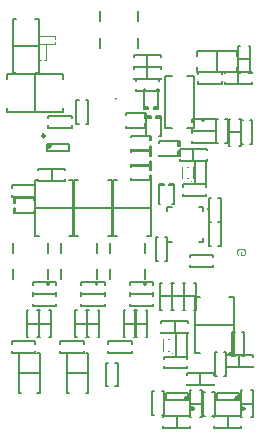
<source format=gbr>
%TF.GenerationSoftware,Altium Limited,Altium Designer,24.6.1 (21)*%
G04 Layer_Color=32896*
%FSLAX26Y26*%
%MOIN*%
%TF.SameCoordinates,E3325630-42F2-41CE-953C-F4D0AC061200*%
%TF.FilePolarity,Positive*%
%TF.FileFunction,Legend,Bot*%
%TF.Part,Single*%
G01*
G75*
%TA.AperFunction,NonConductor*%
%ADD66C,0.007874*%
%ADD67C,0.005906*%
%ADD68C,0.003937*%
%ADD69C,0.005000*%
%ADD70C,0.004724*%
%ADD72C,0.009842*%
%ADD73C,0.008268*%
%ADD74C,0.007284*%
%ADD75C,0.003150*%
G36*
X149606Y973245D02*
X147209Y967457D01*
X142779Y963027D01*
X136991Y960630D01*
X133858D01*
X133858Y976378D01*
X149606D01*
Y973245D01*
D02*
G37*
G36*
X775591Y122047D02*
X759842D01*
Y125180D01*
X762240Y130968D01*
X766670Y135398D01*
X772458Y137795D01*
X775590D01*
X775591Y122047D01*
D02*
G37*
G36*
X606299D02*
X590551D01*
Y125180D01*
X592949Y130968D01*
X597379Y135398D01*
X603167Y137795D01*
X606299D01*
X606299Y122047D01*
D02*
G37*
D66*
X135425Y960708D02*
G03*
X149606Y976378I-1566J15670D01*
G01*
X604733Y137717D02*
G03*
X590551Y122047I1566J-15670D01*
G01*
X774024Y137717D02*
G03*
X759842Y122047I1566J-15670D01*
G01*
X141732Y510039D02*
G03*
X141732Y510039I-3937J0D01*
G01*
X303150D02*
G03*
X303150Y510039I-3937J0D01*
G01*
X464567D02*
G03*
X464567Y510039I-3937J0D01*
G01*
X19685Y1393701D02*
X31496D01*
X19685Y1212598D02*
Y1393701D01*
Y1212598D02*
X31496D01*
X94488D02*
X106299D01*
Y1393701D01*
X94488D02*
X106299D01*
X19685Y1303150D02*
X106299D01*
X135425Y952756D02*
Y976378D01*
X208661Y952756D02*
Y976378D01*
X135425D02*
X208661D01*
X135425Y952756D02*
X208661D01*
X526575Y1203867D02*
X550197D01*
X526575Y1031496D02*
Y1203867D01*
Y1031496D02*
X550197D01*
X623032D02*
Y1203867D01*
X599409Y1031496D02*
X623032D01*
X599409Y1203867D02*
X623032D01*
X604733Y122047D02*
Y145669D01*
X531496Y122047D02*
Y145669D01*
Y122047D02*
X604733D01*
X531496Y145669D02*
X604733D01*
X774024Y122047D02*
Y145669D01*
X700787Y122047D02*
Y145669D01*
Y122047D02*
X774024D01*
X700787Y145669D02*
X774024D01*
D67*
X364567Y1127953D02*
G03*
X364567Y1127953I-2362J0D01*
G01*
X368504Y246063D02*
G03*
X368504Y246063I-2362J0D01*
G01*
X94488Y1081693D02*
Y1209646D01*
X187992Y1081693D02*
Y1096457D01*
X984Y1081693D02*
X187992D01*
X984D02*
Y1096457D01*
Y1194882D02*
Y1209646D01*
X187992D01*
Y1194882D02*
Y1209646D01*
X22638Y780512D02*
Y796260D01*
X27559Y780512D02*
Y796260D01*
X90551D01*
Y791338D02*
Y796260D01*
X22638Y747047D02*
X27559D01*
X22638Y762795D02*
X27559D01*
X22638Y747047D02*
Y762795D01*
X27559Y747047D02*
Y762795D01*
Y747047D02*
X90551D01*
Y751968D01*
X22638Y796260D02*
X27559D01*
X22638Y780512D02*
X27559D01*
X194606Y854016D02*
Y859016D01*
X104606Y854016D02*
X194606D01*
X104606D02*
Y859016D01*
Y889016D02*
Y894016D01*
X194606D01*
Y889016D02*
Y894016D01*
X149606Y854016D02*
Y894016D01*
X15748Y830709D02*
Y838583D01*
X94488D01*
Y830709D02*
Y838583D01*
Y799213D02*
Y807087D01*
X15748Y799213D02*
X94488D01*
X15748D02*
Y807087D01*
X730591Y266969D02*
Y271969D01*
X820591D01*
Y266969D02*
Y271969D01*
Y231969D02*
Y236969D01*
X730591Y231969D02*
X820591D01*
X730591D02*
Y236969D01*
X775591Y231969D02*
Y271969D01*
X600669Y207913D02*
Y212913D01*
X690669D01*
Y207913D02*
Y212913D01*
Y172913D02*
Y177913D01*
X600669Y172913D02*
X690669D01*
X600669D02*
Y177913D01*
X645669Y172913D02*
Y212913D01*
X751968Y271654D02*
X759842D01*
X751968D02*
Y350394D01*
X759842D01*
X783465D02*
X791338D01*
Y271654D02*
Y350394D01*
X783465Y271654D02*
X791338D01*
X692913Y204724D02*
X700787D01*
X692913D02*
Y283465D01*
X700787D01*
X724409D02*
X732283D01*
Y204724D02*
Y283465D01*
X724409Y204724D02*
X732283D01*
X216535Y1031496D02*
Y1039370D01*
X137795Y1031496D02*
X216535D01*
X137795D02*
Y1039370D01*
Y1062992D02*
Y1070866D01*
X216535D01*
Y1062992D02*
Y1070866D01*
X513504Y1231968D02*
Y1236968D01*
X423504Y1231968D02*
X513504D01*
X423504D02*
Y1236968D01*
Y1266968D02*
Y1271968D01*
X513504D01*
Y1266968D02*
Y1271968D01*
X468504Y1231968D02*
Y1271968D01*
X513504Y1192598D02*
Y1197598D01*
X423504Y1192598D02*
X513504D01*
X423504D02*
Y1197598D01*
Y1227598D02*
Y1232598D01*
X513504D01*
Y1227598D02*
Y1232598D01*
X468504Y1192598D02*
Y1232598D01*
X429134Y1185039D02*
Y1192913D01*
X507874D01*
Y1185039D02*
Y1192913D01*
Y1153543D02*
Y1161417D01*
X429134Y1153543D02*
X507874D01*
X429134D02*
Y1161417D01*
X575787Y936024D02*
Y951772D01*
X570866Y936024D02*
Y951772D01*
X507874Y936024D02*
X570866D01*
X507874D02*
Y940945D01*
X570866Y985236D02*
X575787D01*
X570866Y969488D02*
X575787D01*
Y985236D01*
X570866Y969488D02*
Y985236D01*
X507874D02*
X570866D01*
X507874Y980315D02*
Y985236D01*
X570866Y936024D02*
X575787D01*
X570866Y951772D02*
X575787D01*
X481299Y904528D02*
Y920276D01*
X476378Y904528D02*
Y920276D01*
X413386Y904528D02*
X476378D01*
X413386D02*
Y909449D01*
X476378Y953740D02*
X481299D01*
X476378Y937992D02*
X481299D01*
Y953740D01*
X476378Y937992D02*
Y953740D01*
X413386D02*
X476378D01*
X413386Y948819D02*
Y953740D01*
X476378Y904528D02*
X481299D01*
X476378Y920276D02*
X481299D01*
Y955709D02*
Y971457D01*
X476378Y955709D02*
Y971457D01*
X413386Y955709D02*
X476378D01*
X413386D02*
Y960630D01*
X476378Y1004921D02*
X481299D01*
X476378Y989173D02*
X481299D01*
Y1004921D01*
X476378Y989173D02*
Y1004921D01*
X413386D02*
X476378D01*
X413386Y1000000D02*
Y1004921D01*
X476378Y955709D02*
X481299D01*
X476378Y971457D02*
X481299D01*
Y857284D02*
Y873032D01*
X476378Y857284D02*
Y873032D01*
X413386Y857284D02*
X476378D01*
X413386D02*
Y862205D01*
X476378Y906496D02*
X481299D01*
X476378Y890748D02*
X481299D01*
Y906496D01*
X476378Y890748D02*
Y906496D01*
X413386D02*
X476378D01*
X413386Y901575D02*
Y906496D01*
X476378Y857284D02*
X481299D01*
X476378Y873032D02*
X481299D01*
X497047Y1069882D02*
X512795D01*
X497047Y1064961D02*
X512795D01*
Y1001968D02*
Y1064961D01*
X507874Y1001968D02*
X512795D01*
X463583Y1064961D02*
Y1069882D01*
X479331Y1064961D02*
Y1069882D01*
X463583D02*
X479331D01*
X463583Y1064961D02*
X479331D01*
X463583Y1001968D02*
Y1064961D01*
Y1001968D02*
X468504D01*
X512795Y1064961D02*
Y1069882D01*
X497047Y1064961D02*
Y1069882D01*
X465551Y1030512D02*
Y1046260D01*
X460630Y1030512D02*
Y1046260D01*
X397638Y1030512D02*
X460630D01*
X397638D02*
Y1035433D01*
X460630Y1079724D02*
X465551D01*
X460630Y1063976D02*
X465551D01*
Y1079724D01*
X460630Y1063976D02*
Y1079724D01*
X397638D02*
X460630D01*
X397638Y1074803D02*
Y1079724D01*
X460630Y1030512D02*
X465551D01*
X460630Y1046260D02*
X465551D01*
X455709Y1093504D02*
X471457D01*
X455709Y1098425D02*
X471457D01*
X455709D02*
Y1161417D01*
X460630D01*
X504921Y1093504D02*
Y1098425D01*
X489173Y1093504D02*
Y1098425D01*
Y1093504D02*
X504921D01*
X489173Y1098425D02*
X504921D01*
Y1161417D01*
X500000D02*
X504921D01*
X455709Y1093504D02*
Y1098425D01*
X471457Y1093504D02*
Y1098425D01*
X540354Y843504D02*
X556102D01*
X540354Y838583D02*
X556102D01*
Y775591D02*
Y838583D01*
X551181Y775591D02*
X556102D01*
X506890Y838583D02*
Y843504D01*
X522638Y838583D02*
Y843504D01*
X506890D02*
X522638D01*
X506890Y838583D02*
X522638D01*
X506890Y775591D02*
Y838583D01*
Y775591D02*
X511811D01*
X556102Y838583D02*
Y843504D01*
X540354Y838583D02*
Y843504D01*
X223425Y763779D02*
X351378D01*
X336614Y857283D02*
X351378D01*
Y670276D02*
Y857283D01*
X336614Y670276D02*
X351378D01*
X223425D02*
X238189D01*
X223425D02*
Y857283D01*
X238189D01*
X93504Y763779D02*
X221457D01*
X206693Y857283D02*
X221457D01*
Y670276D02*
Y857283D01*
X206693Y670276D02*
X221457D01*
X93504D02*
X108268D01*
X93504D02*
Y857283D01*
X108268D01*
X353346Y763779D02*
X481299D01*
X466535Y857283D02*
X481299D01*
Y670276D02*
Y857283D01*
X466535Y670276D02*
X481299D01*
X353346D02*
X368110D01*
X353346D02*
Y857283D01*
X368110D01*
X527559Y665354D02*
X535433D01*
Y586614D02*
Y665354D01*
X527559Y586614D02*
X535433D01*
X496063D02*
X503937D01*
X496063D02*
Y665354D01*
X503937D01*
X688976Y566929D02*
Y574803D01*
X610236Y566929D02*
X688976D01*
X610236D02*
Y574803D01*
Y598425D02*
Y606299D01*
X688976D01*
Y598425D02*
Y606299D01*
X673228Y637795D02*
X681102D01*
X673228D02*
Y716535D01*
X681102D01*
X704724D02*
X712598D01*
Y637795D02*
Y716535D01*
X704724Y637795D02*
X712598D01*
X704724Y795276D02*
X712598D01*
Y716535D02*
Y795276D01*
X704724Y716535D02*
X712598D01*
X673228D02*
X681102D01*
X673228D02*
Y795276D01*
X681102D01*
X628937Y374016D02*
X756890D01*
X628937Y280512D02*
X643701D01*
X628937D02*
Y467520D01*
X643701D01*
X742126D02*
X756890D01*
Y280512D02*
Y467520D01*
X742126Y280512D02*
X756890D01*
X604055Y346142D02*
Y351142D01*
X514055Y346142D02*
X604055D01*
X514055D02*
Y351142D01*
Y381142D02*
Y386142D01*
X604055D01*
Y381142D02*
Y386142D01*
X559055Y346142D02*
Y386142D01*
X602362Y228346D02*
Y236220D01*
X523622Y228346D02*
X602362D01*
X523622D02*
Y236220D01*
Y259842D02*
Y267716D01*
X602362D01*
Y259842D02*
Y267716D01*
X562992D02*
X570866D01*
X562992D02*
Y346457D01*
X570866D01*
X594488D02*
X602362D01*
Y267716D02*
Y346457D01*
X594488Y267716D02*
X602362D01*
X546496Y513504D02*
X551496D01*
Y423504D02*
Y513504D01*
X546496Y423504D02*
X551496D01*
X511496D02*
X516496D01*
X511496D02*
Y513504D01*
X516496D01*
X511496Y468504D02*
X551496D01*
X625236Y513504D02*
X630236D01*
Y423504D02*
Y513504D01*
X625236Y423504D02*
X630236D01*
X590236D02*
X595236D01*
X590236D02*
Y513504D01*
X595236D01*
X590236Y468504D02*
X630236D01*
X585866Y513504D02*
X590866D01*
Y423504D02*
Y513504D01*
X585866Y423504D02*
X590866D01*
X550866D02*
X555866D01*
X550866D02*
Y513504D01*
X555866D01*
X550866Y468504D02*
X590866D01*
X330709Y248031D02*
X338583D01*
X330709Y169291D02*
Y248031D01*
Y169291D02*
X338583D01*
X362205D02*
X370079D01*
Y248031D01*
X362205D02*
X370079D01*
X696850Y980315D02*
Y988189D01*
X618110Y980315D02*
X696850D01*
X618110D02*
Y988189D01*
Y1011811D02*
Y1019685D01*
X696850D01*
Y1011811D02*
Y1019685D01*
X716535Y1177165D02*
Y1185039D01*
X637795Y1177165D02*
X716535D01*
X637795D02*
Y1185039D01*
Y1208661D02*
Y1216535D01*
X716535D01*
Y1208661D02*
Y1216535D01*
X633858Y1216535D02*
Y1232284D01*
Y1216535D02*
X767716D01*
Y1232284D01*
Y1271653D02*
Y1287402D01*
X633858D02*
X767716D01*
X633858Y1271653D02*
Y1287402D01*
X700787Y1216535D02*
Y1287402D01*
X696850Y1019685D02*
Y1027559D01*
X618110Y1019685D02*
X696850D01*
X618110D02*
Y1027559D01*
Y1051181D02*
Y1059055D01*
X696850D01*
Y1051181D02*
Y1059055D01*
X726654Y1211850D02*
Y1216850D01*
X816654D01*
Y1211850D02*
Y1216850D01*
Y1176850D02*
Y1181850D01*
X726654Y1176850D02*
X816654D01*
X726654D02*
Y1181850D01*
X771654Y1176850D02*
Y1216850D01*
X696851Y980315D02*
X704725D01*
X696851D02*
Y1059055D01*
X704725D01*
X728346D02*
X736221D01*
Y980315D02*
Y1059055D01*
X728346Y980315D02*
X736221D01*
X806339Y1304842D02*
X811339D01*
Y1214842D02*
Y1304842D01*
X806339Y1214842D02*
X811339D01*
X771339D02*
X776339D01*
X771339D02*
Y1304842D01*
X776339D01*
X771339Y1259842D02*
X811339D01*
X811024Y1055118D02*
X818898D01*
Y976378D02*
Y1055118D01*
X811024Y976378D02*
X818898D01*
X779528D02*
X787402D01*
X779528D02*
Y1055118D01*
X787402D01*
X774843Y1060748D02*
X779843D01*
Y970748D02*
Y1060748D01*
X774843Y970748D02*
X779843D01*
X739843D02*
X744843D01*
X739843D02*
Y1060748D01*
X744843D01*
X739843Y1015748D02*
X779843D01*
X667047Y920945D02*
Y925945D01*
X577047Y920945D02*
X667047D01*
X577047D02*
Y925945D01*
Y955945D02*
Y960945D01*
X667047D01*
Y955945D02*
Y960945D01*
X622047Y920945D02*
Y960945D01*
X665354Y803150D02*
Y811024D01*
X586614Y803150D02*
X665354D01*
X586614D02*
Y811024D01*
Y834646D02*
Y842520D01*
X665354D01*
Y834646D02*
Y842520D01*
X625984D02*
X633858D01*
X625984D02*
Y921260D01*
X633858D01*
X657480D02*
X665354D01*
Y842520D02*
Y921260D01*
X657480Y842520D02*
X665354D01*
X515748Y74803D02*
X523622D01*
Y153543D01*
X515748D02*
X523622D01*
X484252D02*
X492126D01*
X484252Y74803D02*
Y153543D01*
Y74803D02*
X492126D01*
X644921Y155236D02*
X649921D01*
Y65236D02*
Y155236D01*
X644921Y65236D02*
X649921D01*
X609921D02*
X614921D01*
X609921D02*
Y155236D01*
X614921D01*
X609921Y110236D02*
X649921D01*
X814212Y155236D02*
X819212D01*
Y65236D02*
Y155236D01*
X814212Y65236D02*
X819212D01*
X779212D02*
X784212D01*
X779212D02*
Y155236D01*
X784212D01*
X779212Y110236D02*
X819212D01*
X653543Y70866D02*
X661417D01*
X653543D02*
Y149606D01*
X661417D01*
X685039D02*
X692913D01*
Y70866D02*
Y149606D01*
X685039Y70866D02*
X692913D01*
X232284Y1043307D02*
X240157D01*
X232284D02*
Y1122047D01*
X240157D01*
X263779D02*
X271654D01*
Y1043307D02*
Y1122047D01*
X263779Y1043307D02*
X271654D01*
X102362Y145669D02*
X110236D01*
Y279527D01*
X102362D02*
X110236D01*
X39370Y145669D02*
X47244D01*
X39370D02*
Y279527D01*
X47244D01*
X39370Y212598D02*
X110236D01*
X200787D02*
X271654D01*
X200787Y279527D02*
X208661D01*
X200787Y145669D02*
Y279527D01*
Y145669D02*
X208661D01*
X263780Y279527D02*
X271654D01*
Y145669D02*
Y279527D01*
X263780Y145669D02*
X271654D01*
X15748Y279528D02*
Y287402D01*
Y279528D02*
X94488D01*
Y287402D01*
Y311024D02*
Y318898D01*
X15748D02*
X94488D01*
X15748Y311024D02*
Y318898D01*
X248031Y468504D02*
Y476378D01*
X326772D01*
Y468504D02*
Y476378D01*
Y437008D02*
Y444882D01*
X248031Y437008D02*
X326772D01*
X248031D02*
Y444882D01*
Y507874D02*
Y515748D01*
X326772D01*
Y507874D02*
Y515748D01*
Y476378D02*
Y484252D01*
X248031Y476378D02*
X326772D01*
X248031D02*
Y484252D01*
X86614Y468504D02*
Y476378D01*
X165354D01*
Y468504D02*
Y476378D01*
Y437008D02*
Y444882D01*
X86614Y437008D02*
X165354D01*
X86614D02*
Y444882D01*
X409449Y468504D02*
Y476378D01*
X488189D01*
Y468504D02*
Y476378D01*
Y437008D02*
Y444882D01*
X409449Y437008D02*
X488189D01*
X409449D02*
Y444882D01*
X86614Y507874D02*
Y515748D01*
X165354D01*
Y507874D02*
Y515748D01*
Y476378D02*
Y484252D01*
X86614Y476378D02*
X165354D01*
X86614D02*
Y484252D01*
X409449Y507874D02*
Y515748D01*
X488189D01*
Y507874D02*
Y515748D01*
Y476378D02*
Y484252D01*
X409449Y476378D02*
X488189D01*
X409449D02*
Y484252D01*
X338583Y311024D02*
Y318898D01*
X417323D01*
Y311024D02*
Y318898D01*
Y279528D02*
Y287402D01*
X338583Y279528D02*
X417323D01*
X338583D02*
Y287402D01*
X177165Y311024D02*
Y318898D01*
X255906D01*
Y311024D02*
Y318898D01*
Y279528D02*
Y287402D01*
X177165Y279528D02*
X255906D01*
X177165D02*
Y287402D01*
X389449Y332953D02*
X394449D01*
X389449D02*
Y422953D01*
X394449D01*
X424449D02*
X429449D01*
Y332953D02*
Y422953D01*
X424449Y332953D02*
X429449D01*
X389449Y377953D02*
X429449D01*
X267402Y332953D02*
X272402D01*
X267402D02*
Y422953D01*
X272402D01*
X302402D02*
X307402D01*
Y332953D02*
Y422953D01*
X302402Y332953D02*
X307402D01*
X267402Y377953D02*
X307402D01*
X228032Y332953D02*
X233032D01*
X228032D02*
Y422953D01*
X233032D01*
X263032D02*
X268032D01*
Y332953D02*
Y422953D01*
X263032Y332953D02*
X268032D01*
X228032Y377953D02*
X268032D01*
X428819Y332953D02*
X433819D01*
X428819D02*
Y422953D01*
X433819D01*
X463819D02*
X468819D01*
Y332953D02*
Y422953D01*
X463819Y332953D02*
X468819D01*
X428819Y377953D02*
X468819D01*
X105984Y332953D02*
X110984D01*
X105984D02*
Y422953D01*
X110984D01*
X140984D02*
X145984D01*
Y332953D02*
Y422953D01*
X140984Y332953D02*
X145984D01*
X105984Y377953D02*
X145984D01*
X66614Y332953D02*
X71614D01*
X66614D02*
Y422953D01*
X71614D01*
X101614D02*
X106614D01*
Y332953D02*
Y422953D01*
X101614Y332953D02*
X106614D01*
X66614Y377953D02*
X106614D01*
X781220Y31181D02*
Y36181D01*
X691220Y31181D02*
X781220D01*
X691220D02*
Y36181D01*
Y66181D02*
Y71181D01*
X781220D01*
Y66181D02*
Y71181D01*
X736220Y31181D02*
Y71181D01*
X611929Y31181D02*
Y36181D01*
X521929Y31181D02*
X611929D01*
X521929D02*
Y36181D01*
Y66181D02*
Y71181D01*
X611929D01*
Y66181D02*
Y71181D01*
X566929Y31181D02*
Y71181D01*
D68*
X552559Y277559D02*
G03*
X552559Y277559I-1378J0D01*
G01*
X615551Y852362D02*
G03*
X615551Y852362I-1378J0D01*
G01*
X105315Y1311024D02*
X113189D01*
X105315Y1255906D02*
Y1311024D01*
Y1255906D02*
X113189D01*
X123031D02*
X130905D01*
Y1311024D01*
X123031D02*
X130905D01*
X161417Y1327756D02*
Y1335630D01*
X106299D02*
X161417D01*
X106299Y1327756D02*
Y1335630D01*
Y1310039D02*
Y1317913D01*
Y1310039D02*
X161417D01*
Y1317913D01*
D69*
X436024Y1296260D02*
Y1330709D01*
Y1385827D02*
Y1420276D01*
X312008Y1385827D02*
Y1420276D01*
Y1296260D02*
Y1330709D01*
X653543Y753937D02*
Y767716D01*
Y649606D02*
Y663386D01*
X535433Y753937D02*
Y767716D01*
Y649606D02*
Y663386D01*
X639764Y767716D02*
X653543D01*
X639764Y649606D02*
X653543D01*
X535433Y767716D02*
X549213D01*
X535433Y649606D02*
X549213D01*
X137795Y527559D02*
Y559252D01*
X19685Y527559D02*
Y559252D01*
X137795Y613976D02*
Y645669D01*
X19685Y613976D02*
Y645669D01*
X299213Y527559D02*
Y559252D01*
X181102Y527559D02*
Y559252D01*
X299213Y613976D02*
Y645669D01*
X181102Y613976D02*
Y645669D01*
X460630Y527559D02*
Y559252D01*
X342520Y527559D02*
Y559252D01*
X460630Y613976D02*
Y645669D01*
X342520Y613976D02*
Y645669D01*
D70*
X771530Y606830D02*
X766938Y611422D01*
Y620605D01*
X771530Y625197D01*
X789896D01*
X794488Y620605D01*
Y611422D01*
X789896Y606830D01*
X780713D01*
Y616013D01*
D72*
X126969Y1003937D02*
G03*
X126969Y1003937I-4921J0D01*
G01*
X623032Y94488D02*
G03*
X623032Y94488I-4921J0D01*
G01*
X792323D02*
G03*
X792323Y94488I-4921J0D01*
G01*
D73*
X677165Y759842D02*
G03*
X677165Y759842I-3937J0D01*
G01*
D74*
X657087Y1055118D02*
G03*
X657087Y1055118I-3543J0D01*
G01*
D75*
X537402Y326772D02*
X541338D01*
X559055Y287402D02*
Y326772D01*
X519685Y287402D02*
Y326772D01*
X537402Y287402D02*
X541338D01*
X600394Y901575D02*
X604331D01*
X622047Y862205D02*
Y901575D01*
X582677Y862205D02*
Y901575D01*
X600394Y862205D02*
X604331D01*
%TF.MD5,5e0fa6f9d0d42c2bddb4d592624f456f*%
M02*

</source>
